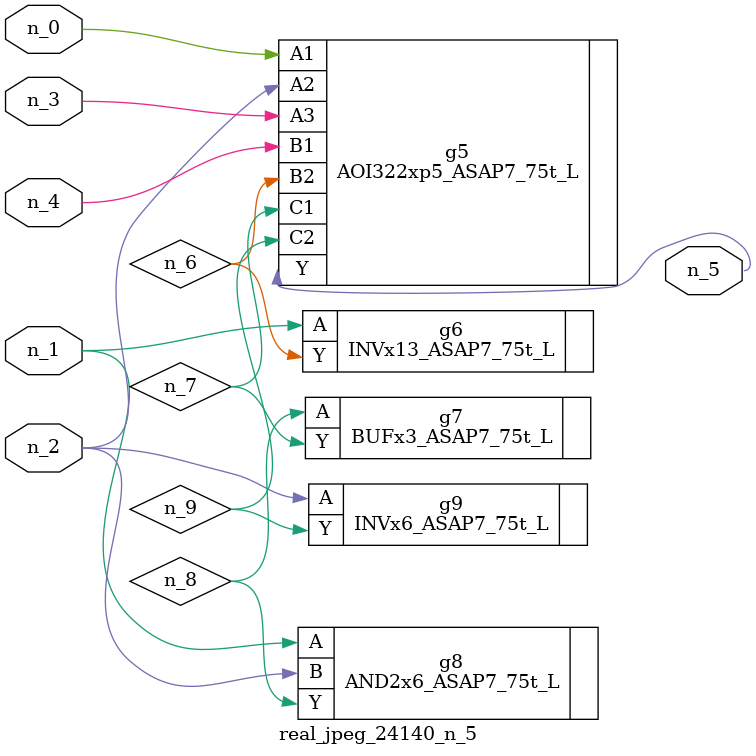
<source format=v>
module real_jpeg_24140_n_5 (n_4, n_0, n_1, n_2, n_3, n_5);

input n_4;
input n_0;
input n_1;
input n_2;
input n_3;

output n_5;

wire n_8;
wire n_6;
wire n_7;
wire n_9;

AOI322xp5_ASAP7_75t_L g5 ( 
.A1(n_0),
.A2(n_2),
.A3(n_3),
.B1(n_4),
.B2(n_6),
.C1(n_7),
.C2(n_9),
.Y(n_5)
);

INVx13_ASAP7_75t_L g6 ( 
.A(n_1),
.Y(n_6)
);

AND2x6_ASAP7_75t_L g8 ( 
.A(n_1),
.B(n_2),
.Y(n_8)
);

INVx6_ASAP7_75t_L g9 ( 
.A(n_2),
.Y(n_9)
);

BUFx3_ASAP7_75t_L g7 ( 
.A(n_8),
.Y(n_7)
);


endmodule
</source>
